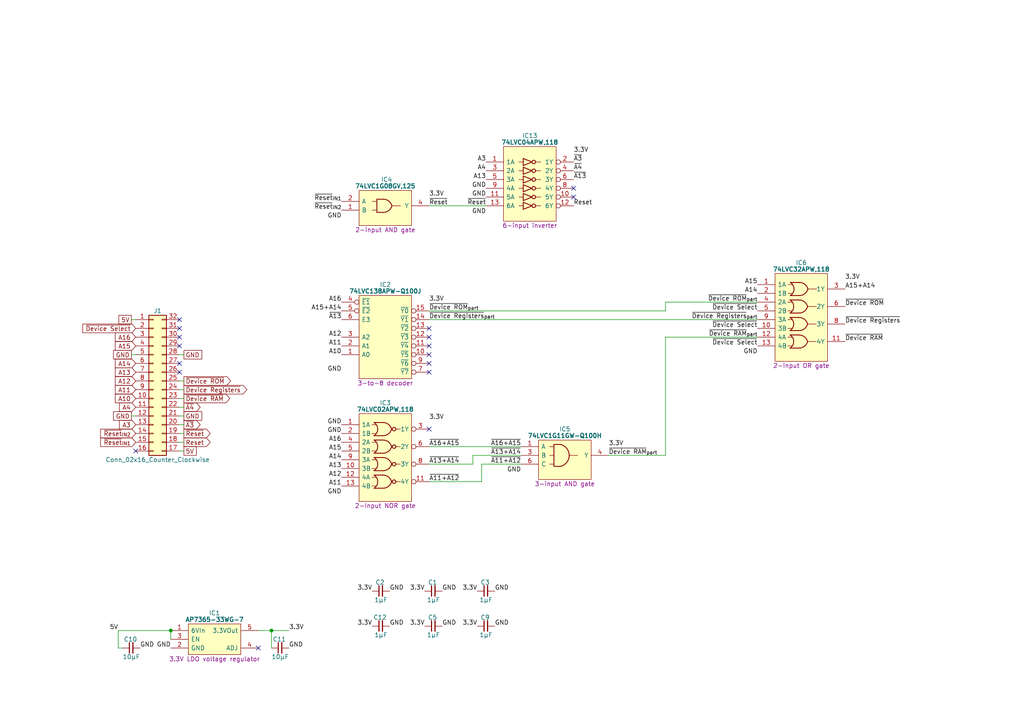
<source format=kicad_sch>
(kicad_sch (version 20231120) (generator "eeschema") (generator_version "8.0")
  (paper "A4")
  (title_block (title "Device Decode Stage A") (date "2023-10-07") (rev "V0"))
  (lib_symbols
    (symbol "Connector_Generic:Conn_02x16_Counter_Clockwise" (pin_names (offset 1.016) hide)
      (property "Reference" "J" (at 1.27 20.32 0))
      (property "Value" "Conn_02x16_Counter_Clockwise" (at 1.27 -22.86 0))
      (symbol "Conn_02x16_Counter_Clockwise_1_1"
        (rectangle (start -1.27 -20.193) (end 0 -20.447) (stroke (width 0.1524)))
        (rectangle (start -1.27 -17.653) (end 0 -17.907) (stroke (width 0.1524)))
        (rectangle (start -1.27 -15.113) (end 0 -15.367) (stroke (width 0.1524)))
        (rectangle (start -1.27 -12.573) (end 0 -12.827) (stroke (width 0.1524)))
        (rectangle (start -1.27 -10.033) (end 0 -10.287) (stroke (width 0.1524)))
        (rectangle (start -1.27 -7.493) (end 0 -7.747) (stroke (width 0.1524)))
        (rectangle (start -1.27 -4.953) (end 0 -5.207) (stroke (width 0.1524)))
        (rectangle (start -1.27 -2.413) (end 0 -2.667) (stroke (width 0.1524)))
        (rectangle (start -1.27 0.127) (end 0 -0.127) (stroke (width 0.1524)))
        (rectangle (start -1.27 2.667) (end 0 2.413) (stroke (width 0.1524)))
        (rectangle (start -1.27 5.207) (end 0 4.953) (stroke (width 0.1524)))
        (rectangle (start -1.27 7.747) (end 0 7.493) (stroke (width 0.1524)))
        (rectangle (start -1.27 10.287) (end 0 10.033) (stroke (width 0.1524)))
        (rectangle (start -1.27 12.827) (end 0 12.573) (stroke (width 0.1524)))
        (rectangle (start -1.27 15.367) (end 0 15.113) (stroke (width 0.1524)))
        (rectangle (start -1.27 17.907) (end 0 17.653) (stroke (width 0.1524)))
        (rectangle (start -1.27 19.05) (end 3.81 -21.59) (stroke (width 0.254)) (fill (type background)))
        (rectangle (start 3.81 -20.193) (end 2.54 -20.447) (stroke (width 0.1524)))
        (rectangle (start 3.81 -17.653) (end 2.54 -17.907) (stroke (width 0.1524)))
        (rectangle (start 3.81 -15.113) (end 2.54 -15.367) (stroke (width 0.1524)))
        (rectangle (start 3.81 -12.573) (end 2.54 -12.827) (stroke (width 0.1524)))
        (rectangle (start 3.81 -10.033) (end 2.54 -10.287) (stroke (width 0.1524)))
        (rectangle (start 3.81 -7.493) (end 2.54 -7.747) (stroke (width 0.1524)))
        (rectangle (start 3.81 -4.953) (end 2.54 -5.207) (stroke (width 0.1524)))
        (rectangle (start 3.81 -2.413) (end 2.54 -2.667) (stroke (width 0.1524)))
        (rectangle (start 3.81 0.127) (end 2.54 -0.127) (stroke (width 0.1524)))
        (rectangle (start 3.81 2.667) (end 2.54 2.413) (stroke (width 0.1524)))
        (rectangle (start 3.81 5.207) (end 2.54 4.953) (stroke (width 0.1524)))
        (rectangle (start 3.81 7.747) (end 2.54 7.493) (stroke (width 0.1524)))
        (rectangle (start 3.81 10.287) (end 2.54 10.033) (stroke (width 0.1524)))
        (rectangle (start 3.81 12.827) (end 2.54 12.573) (stroke (width 0.1524)))
        (rectangle (start 3.81 15.367) (end 2.54 15.113) (stroke (width 0.1524)))
        (rectangle (start 3.81 17.907) (end 2.54 17.653) (stroke (width 0.1524)))
        (pin passive line (at -5.08 17.78 0) (length 3.81) (name "Pin_1") (number "1"))
        (pin passive line (at -5.08 -5.08 0) (length 3.81) (name "Pin_10") (number "10"))
        (pin passive line (at -5.08 -7.62 0) (length 3.81) (name "Pin_11") (number "11"))
        (pin passive line (at -5.08 -10.16 0) (length 3.81) (name "Pin_12") (number "12"))
        (pin passive line (at -5.08 -12.7 0) (length 3.81) (name "Pin_13") (number "13"))
        (pin passive line (at -5.08 -15.24 0) (length 3.81) (name "Pin_14") (number "14"))
        (pin passive line (at -5.08 -17.78 0) (length 3.81) (name "Pin_15") (number "15"))
        (pin passive line (at -5.08 -20.32 0) (length 3.81) (name "Pin_16") (number "16"))
        (pin passive line (at 7.62 -20.32 180) (length 3.81) (name "Pin_17") (number "17"))
        (pin passive line (at 7.62 -17.78 180) (length 3.81) (name "Pin_18") (number "18"))
        (pin passive line (at 7.62 -15.24 180) (length 3.81) (name "Pin_19") (number "19"))
        (pin passive line (at -5.08 15.24 0) (length 3.81) (name "Pin_2") (number "2"))
        (pin passive line (at 7.62 -12.7 180) (length 3.81) (name "Pin_20") (number "20"))
        (pin passive line (at 7.62 -10.16 180) (length 3.81) (name "Pin_21") (number "21"))
        (pin passive line (at 7.62 -7.62 180) (length 3.81) (name "Pin_22") (number "22"))
        (pin passive line (at 7.62 -5.08 180) (length 3.81) (name "Pin_23") (number "23"))
        (pin passive line (at 7.62 -2.54 180) (length 3.81) (name "Pin_24") (number "24"))
        (pin passive line (at 7.62 0 180) (length 3.81) (name "Pin_25") (number "25"))
        (pin passive line (at 7.62 2.54 180) (length 3.81) (name "Pin_26") (number "26"))
        (pin passive line (at 7.62 5.08 180) (length 3.81) (name "Pin_27") (number "27"))
        (pin passive line (at 7.62 7.62 180) (length 3.81) (name "Pin_28") (number "28"))
        (pin passive line (at 7.62 10.16 180) (length 3.81) (name "Pin_29") (number "29"))
        (pin passive line (at -5.08 12.7 0) (length 3.81) (name "Pin_3") (number "3"))
        (pin passive line (at 7.62 12.7 180) (length 3.81) (name "Pin_30") (number "30"))
        (pin passive line (at 7.62 15.24 180) (length 3.81) (name "Pin_31") (number "31"))
        (pin passive line (at 7.62 17.78 180) (length 3.81) (name "Pin_32") (number "32"))
        (pin passive line (at -5.08 10.16 0) (length 3.81) (name "Pin_4") (number "4"))
        (pin passive line (at -5.08 7.62 0) (length 3.81) (name "Pin_5") (number "5"))
        (pin passive line (at -5.08 5.08 0) (length 3.81) (name "Pin_6") (number "6"))
        (pin passive line (at -5.08 2.54 0) (length 3.81) (name "Pin_7") (number "7"))
        (pin passive line (at -5.08 0 0) (length 3.81) (name "Pin_8") (number "8"))
        (pin passive line (at -5.08 -2.54 0) (length 3.81) (name "Pin_9") (number "9"))
      )
    )
    (symbol "Diodes_Inc:AP7365-33WG-7" (pin_names (offset 0.762))
      (property "Reference" "IC" (at 12.7 5.08 0))
      (property "Value" "AP7365-33WG-7" (at 12.7 3.175 0))
      (property "Description" "3.3V LDO voltage regulator" (at 12.7 -8.255 0))
      (symbol "AP7365-33WG-7_0_0"
        (pin passive line (at 0 -5.08 0) (length 5.08) (name "GND") (number "2"))
        (pin input line (at 0 -2.54 0) (length 5.08) (name "EN") (number "3"))
        (pin passive line (at 25.4 -5.08 180) (length 5.08) (name "ADJ") (number "4"))
      )
      (symbol "AP7365-33WG-7_0_1"
        (polyline (pts (xy 5.08 1.905) (xy 20.32 1.905) (xy 20.32 -6.985) (xy 5.08 -6.985) (xy 5.08 1.905)) (fill (type background)))
      )
      (symbol "AP7365-33WG-7_1_0"
        (pin passive line (at 0 0 0) (length 5.08) (name "6VIn") (number "1"))
        (pin passive line (at 25.4 0 180) (length 5.08) (name "3.3VOut") (number "5"))
      )
    )
    (symbol "HCP65:C_0805" (pin_numbers hide) (pin_names (offset 0.254) hide)
      (property "Reference" "C" (at 2.286 2.54 0))
      (property "Value" "?μF" (at 2.54 -2.54 0))
      (symbol "C_0805_0_1"
        (polyline (pts (xy 1.9685 -1.4605) (xy 1.9685 1.5875)) (stroke (width 0.3048)))
        (polyline (pts (xy 2.9845 -1.4605) (xy 2.9845 1.5875)) (stroke (width 0.3302)))
      )
      (symbol "C_0805_1_1"
        (pin passive line (at 0 0 0) (length 2.032) (name "~") (number "1"))
        (pin passive line (at 5.08 0 180) (length 2.032) (name "~") (number "2"))
      )
    )
    (symbol "Nexperia:74LVC02APW,118" (pin_names (offset 0.762))
      (property "Reference" "IC" (at 12.7 6.35 0))
      (property "Value" "74LVC02APW,118" (at 12.7 4.445 0))
      (property "Description" "2-Input NOR gate" (at 12.7 -23.495 0))
      (symbol "74LVC02APW,118_0_0"
        (pin input line (at 0 0 0) (length 5.08) (name "1A") (number "1"))
        (pin input line (at 0 -12.7 0) (length 5.08) (name "3B") (number "10"))
        (pin output inverted (at 25.4 -16.51 180) (length 5.08) (name "4Y") (number "11"))
        (pin input line (at 0 -15.24 0) (length 5.08) (name "4A") (number "12"))
        (pin input line (at 0 -17.78 0) (length 5.08) (name "4B") (number "13"))
        (pin passive line (at 25.4 1.27 180) (length 5.08) hide (name "3V") (number "14"))
        (pin input line (at 0 -2.54 0) (length 5.08) (name "1B") (number "2"))
        (pin output inverted (at 25.4 -1.27 180) (length 5.08) (name "1Y") (number "3"))
        (pin input line (at 0 -5.08 0) (length 5.08) (name "2A") (number "4"))
        (pin input line (at 0 -7.62 0) (length 5.08) (name "2B") (number "5"))
        (pin output inverted (at 25.4 -6.35 180) (length 5.08) (name "2Y") (number "6"))
        (pin passive line (at 0 -20.32 0) (length 5.08) hide (name "GND") (number "7"))
        (pin output inverted (at 25.4 -11.43 180) (length 5.08) (name "3Y") (number "8"))
        (pin input line (at 0 -10.16 0) (length 5.08) (name "3A") (number "9"))
      )
      (symbol "74LVC02APW,118_0_1"
        (polyline (pts (xy 8.802 -17.78) (xy 10.0719 -17.78)))
        (polyline (pts (xy 8.802 -15.24) (xy 10.0719 -15.24)))
        (polyline (pts (xy 8.802 -12.7) (xy 10.0719 -12.7)))
        (polyline (pts (xy 8.802 -10.16) (xy 10.0719 -10.16)))
        (polyline (pts (xy 8.802 -7.62) (xy 10.0719 -7.62)))
        (polyline (pts (xy 8.802 -5.08) (xy 10.0719 -5.08)))
        (polyline (pts (xy 8.802 -2.54) (xy 10.0719 -2.54)))
        (polyline (pts (xy 8.802 0) (xy 10.0719 0)))
        (polyline (pts (xy 11.977 -18.415) (xy 9.437 -18.415)) (stroke (width 0.254)) (fill (type background)))
        (polyline (pts (xy 11.977 -14.605) (xy 9.437 -14.605)) (stroke (width 0.254)) (fill (type background)))
        (polyline (pts (xy 11.977 -13.335) (xy 9.437 -13.335)) (stroke (width 0.254)) (fill (type background)))
        (polyline (pts (xy 11.977 -9.525) (xy 9.437 -9.525)) (stroke (width 0.254)) (fill (type background)))
        (polyline (pts (xy 11.977 -8.255) (xy 9.437 -8.255)) (stroke (width 0.254)) (fill (type background)))
        (polyline (pts (xy 11.977 -4.445) (xy 9.437 -4.445)) (stroke (width 0.254)) (fill (type background)))
        (polyline (pts (xy 11.977 -3.175) (xy 9.437 -3.175)) (stroke (width 0.254)) (fill (type background)))
        (polyline (pts (xy 11.977 0.635) (xy 9.437 0.635)) (stroke (width 0.254)) (fill (type background)))
        (polyline (pts (xy 15.875 -16.51) (xy 17.057 -16.51)))
        (polyline (pts (xy 15.875 -11.43) (xy 17.057 -11.43)))
        (polyline (pts (xy 15.875 -6.35) (xy 17.057 -6.35)))
        (polyline (pts (xy 15.875 -1.27) (xy 17.057 -1.27)))
        (polyline (pts (xy 5.08 3.175) (xy 20.32 3.175) (xy 20.32 -22.225) (xy 5.08 -22.225) (xy 5.08 3.175)) (stroke (width 0.1524)) (fill (type background)))
        (arc (start 9.437 -18.415) (mid 10.4969 -16.51) (end 9.437 -14.605) (stroke (width 0.254)))
        (arc (start 9.437 -13.335) (mid 10.4969 -11.43) (end 9.437 -9.525) (stroke (width 0.254)))
        (arc (start 9.437 -8.255) (mid 10.4969 -6.35) (end 9.437 -4.445) (stroke (width 0.254)))
        (arc (start 9.437 -3.175) (mid 10.4969 -1.27) (end 9.437 0.635) (stroke (width 0.254)))
        (arc (start 11.977 -18.415) (mid 13.5751 -17.9001) (end 14.517 -16.51) (stroke (width 0.254)))
        (arc (start 11.977 -13.335) (mid 13.5751 -12.8201) (end 14.517 -11.43) (stroke (width 0.254)))
        (arc (start 11.977 -8.255) (mid 13.5751 -7.7401) (end 14.517 -6.35) (stroke (width 0.254)))
        (arc (start 11.977 -3.175) (mid 13.5753 -2.6602) (end 14.517 -1.27) (stroke (width 0.254)))
        (arc (start 14.517 -16.51) (mid 13.5761 -15.1187) (end 11.977 -14.605) (stroke (width 0.254)))
        (arc (start 14.517 -11.43) (mid 13.5761 -10.0387) (end 11.977 -9.525) (stroke (width 0.254)))
        (arc (start 14.517 -6.35) (mid 13.5761 -4.9587) (end 11.977 -4.445) (stroke (width 0.254)))
        (arc (start 14.517 -1.27) (mid 13.5761 0.1213) (end 11.977 0.635) (stroke (width 0.254)))
        (circle (center 15.24 -16.51) (radius 0.508) (stroke (width 0.254)))
        (circle (center 15.24 -11.43) (radius 0.508) (stroke (width 0.254)))
        (circle (center 15.24 -6.35) (radius 0.508) (stroke (width 0.254)))
        (circle (center 15.24 -1.27) (radius 0.508) (stroke (width 0.254)))
      )
    )
    (symbol "Nexperia:74LVC04APW,118" (pin_names (offset 0.762))
      (property "Reference" "IC" (at 12.7 7.62 0))
      (property "Value" "74LVC04APW,118" (at 12.7 5.715 0))
      (property "Description" "6-input inverter" (at 12.7 -18.415 0))
      (symbol "74LVC04APW,118_0_0"
        (pin input line (at 0 0 0) (length 5.08) (name "1A") (number "1"))
        (pin output inverted (at 25.4 -10.16 180) (length 5.08) (name "5Y") (number "10"))
        (pin input line (at 0 -10.16 0) (length 5.08) (name "5A") (number "11"))
        (pin output inverted (at 25.4 -12.7 180) (length 5.08) (name "6Y") (number "12"))
        (pin input line (at 0 -12.7 0) (length 5.08) (name "6A") (number "13"))
        (pin passive line (at 25.4 2.54 180) (length 5.08) hide (name "3V") (number "14"))
        (pin output inverted (at 25.4 0 180) (length 5.08) (name "1Y") (number "2"))
        (pin input line (at 0 -2.54 0) (length 5.08) (name "2A") (number "3"))
        (pin output inverted (at 25.4 -2.54 180) (length 5.08) (name "2Y") (number "4"))
        (pin input line (at 0 -5.08 0) (length 5.08) (name "3A") (number "5"))
        (pin output inverted (at 25.4 -5.08 180) (length 5.08) (name "3Y") (number "6"))
        (pin passive line (at 0 -15.24 0) (length 5.08) hide (name "GND") (number "7"))
        (pin output inverted (at 25.4 -7.62 180) (length 5.08) (name "4Y") (number "8"))
        (pin input line (at 0 -7.62 0) (length 5.08) (name "4A") (number "9"))
      )
      (symbol "74LVC04APW,118_0_1"
        (polyline (pts (xy 9.525 -12.7) (xy 10.7949 -12.7)))
        (polyline (pts (xy 9.525 -10.16) (xy 10.7949 -10.16)))
        (polyline (pts (xy 9.525 -7.62) (xy 10.7949 -7.62)))
        (polyline (pts (xy 9.525 -5.08) (xy 10.7949 -5.08)))
        (polyline (pts (xy 9.525 -2.54) (xy 10.7949 -2.54)))
        (polyline (pts (xy 9.525 0) (xy 10.7949 0)))
        (polyline (pts (xy 14.351 -12.7) (xy 15.875 -12.7)))
        (polyline (pts (xy 14.351 -10.16) (xy 15.875 -10.16)))
        (polyline (pts (xy 14.351 -7.62) (xy 15.875 -7.62)))
        (polyline (pts (xy 14.351 -5.08) (xy 15.875 -5.08)))
        (polyline (pts (xy 14.351 -2.54) (xy 15.875 -2.54)))
        (polyline (pts (xy 14.351 0) (xy 15.875 0)))
        (polyline (pts (xy 10.795 -13.716) (xy 13.335 -12.7) (xy 10.795 -11.684)) (stroke (width 0.254)))
        (polyline (pts (xy 10.795 -11.176) (xy 13.335 -10.16) (xy 10.795 -9.144)) (stroke (width 0.254)))
        (polyline (pts (xy 10.795 -8.636) (xy 13.335 -7.62) (xy 10.795 -6.604)) (stroke (width 0.254)))
        (polyline (pts (xy 10.795 -6.096) (xy 13.335 -5.08) (xy 10.795 -4.064)) (stroke (width 0.254)))
        (polyline (pts (xy 10.795 -3.556) (xy 13.335 -2.54) (xy 10.795 -1.524)) (stroke (width 0.254)))
        (polyline (pts (xy 10.795 -1.016) (xy 13.335 0) (xy 10.795 1.016)) (stroke (width 0.254)))
        (polyline (pts (xy 5.08 4.445) (xy 20.32 4.445) (xy 20.32 -17.145) (xy 5.08 -17.145) (xy 5.08 4.445)) (stroke (width 0.1524)) (fill (type background)))
        (rectangle (start 10.795 -11.684) (end 10.795 -13.716) (stroke (width 0.254)) (fill (type background)))
        (rectangle (start 10.795 -9.144) (end 10.795 -11.176) (stroke (width 0.254)) (fill (type background)))
        (rectangle (start 10.795 -6.604) (end 10.795 -8.636) (stroke (width 0.254)) (fill (type background)))
        (rectangle (start 10.795 -4.064) (end 10.795 -6.096) (stroke (width 0.254)) (fill (type background)))
        (rectangle (start 10.795 -1.524) (end 10.795 -3.556) (stroke (width 0.254)) (fill (type background)))
        (rectangle (start 10.795 1.016) (end 10.795 -1.016) (stroke (width 0.254)) (fill (type background)))
        (circle (center 13.843 -12.7) (radius 0.508) (stroke (width 0.254)))
        (circle (center 13.843 -10.16) (radius 0.508) (stroke (width 0.254)))
        (circle (center 13.843 -7.62) (radius 0.508) (stroke (width 0.254)))
        (circle (center 13.843 -5.08) (radius 0.508) (stroke (width 0.254)))
        (circle (center 13.843 -2.54) (radius 0.508) (stroke (width 0.254)))
        (circle (center 13.843 0) (radius 0.508) (stroke (width 0.254)))
      )
    )
    (symbol "Nexperia:74LVC138APW-Q100J" (pin_names (offset 0.762))
      (property "Reference" "IC" (at 12.7 3.175 0))
      (property "Value" "74LVC138APW-Q100J" (at 12.7 1.27 0))
      (property "Description" "3-to-8 decoder" (at 12.7 -25.4 0))
      (symbol "74LVC138APW-Q100J_0_0"
        (pin input line (at 0 -17.145 0) (length 5.08) (name "A0") (number "1"))
        (pin output inverted (at 25.4 -17.145 180) (length 5.08) (name "~{Y5}") (number "10"))
        (pin output inverted (at 25.4 -14.605 180) (length 5.08) (name "~{Y4}") (number "11"))
        (pin output inverted (at 25.4 -12.065 180) (length 5.08) (name "~{Y3}") (number "12"))
        (pin output inverted (at 25.4 -9.525 180) (length 5.08) (name "~{Y2}") (number "13"))
        (pin output inverted (at 25.4 -6.985 180) (length 5.08) (name "~{Y1}") (number "14"))
        (pin output inverted (at 25.4 -4.445 180) (length 5.08) (name "~{Y0}") (number "15"))
        (pin passive line (at 25.4 -1.905 180) (length 5.08) hide (name "3V") (number "16"))
        (pin input line (at 0 -14.605 0) (length 5.08) (name "A1") (number "2"))
        (pin input line (at 0 -12.065 0) (length 5.08) (name "A2") (number "3"))
        (pin input line (at 0 -6.985 0) (length 5.08) (name "E3") (number "6"))
        (pin output inverted (at 25.4 -22.225 180) (length 5.08) (name "~{Y7}") (number "7"))
        (pin passive line (at 0 -22.225 0) (length 5.08) hide (name "GND") (number "8"))
        (pin output inverted (at 25.4 -19.685 180) (length 5.08) (name "~{Y6}") (number "9"))
      )
      (symbol "74LVC138APW-Q100J_0_1"
        (polyline (pts (xy 5.08 0) (xy 20.32 0) (xy 20.32 -24.13) (xy 5.08 -24.13) (xy 5.08 0)) (stroke (width 0.1524)) (fill (type background)))
      )
      (symbol "74LVC138APW-Q100J_1_0"
        (pin input inverted (at 0 -1.905 0) (length 5.08) (name "~{E1}") (number "4"))
        (pin input inverted (at 0 -4.445 0) (length 5.08) (name "~{E2}") (number "5"))
      )
    )
    (symbol "Nexperia:74LVC1G08GV,125" (pin_names (offset 0.762))
      (property "Reference" "IC" (at 11.43 6.35 0))
      (property "Value" "74LVC1G08GV,125" (at 12.7 4.445 0))
      (property "Description" "2-input AND gate" (at 12.7 -8.255 0))
      (symbol "74LVC1G08GV,125_0_0"
        (pin input line (at 0 -2.54 0) (length 5.08) (name "B") (number "1"))
        (pin input line (at 0 0 0) (length 5.08) (name "A") (number "2"))
        (pin passive line (at 0 -5.08 0) (length 5.08) hide (name "GND") (number "3"))
        (pin output line (at 25.4 -1.27 180) (length 5.08) (name "Y") (number "4"))
        (pin passive line (at 25.4 1.27 180) (length 5.08) hide (name "3V") (number "5"))
      )
      (symbol "74LVC1G08GV,125_0_1"
        (polyline (pts (xy 8.89 -2.54) (xy 10.1599 -2.54)))
        (polyline (pts (xy 8.89 0) (xy 10.1599 0)))
        (polyline (pts (xy 10.248 0.635) (xy 10.248 -3.175)) (stroke (width 0.254)) (fill (type background)))
        (polyline (pts (xy 12.065 -3.175) (xy 10.248 -3.175)) (stroke (width 0.254)) (fill (type background)))
        (polyline (pts (xy 12.065 0.635) (xy 10.248 0.635)) (stroke (width 0.254)) (fill (type background)))
        (polyline (pts (xy 14.605 -1.27) (xy 17.145 -1.27)))
        (polyline (pts (xy 5.08 3.175) (xy 20.32 3.175) (xy 20.32 -6.985) (xy 5.08 -6.985) (xy 5.08 3.175)) (stroke (width 0.1524)) (fill (type background)))
        (arc (start 12.065 -3.175) (mid 13.6634 -2.6604) (end 14.605 -1.27) (stroke (width 0.254)))
        (arc (start 14.605 -1.27) (mid 13.6644 0.1222) (end 12.065 0.635) (stroke (width 0.254)))
      )
    )
    (symbol "Nexperia:74LVC1G11GW-Q100H" (pin_names (offset 0.762))
      (property "Reference" "IC" (at 12.7 5.08 0))
      (property "Value" "74LVC1G11GW-Q100H" (at 12.7 3.175 0))
      (property "Description" "3-input AND gate" (at 12.7 -10.795 0))
      (symbol "74LVC1G11GW-Q100H_0_0"
        (pin input line (at 0 0 0) (length 5.08) (name "A") (number "1"))
        (pin input line (at 0 -2.54 0) (length 5.08) (name "B") (number "3"))
        (pin output line (at 25.4 -2.54 180) (length 5.08) (name "Y") (number "4"))
        (pin input line (at 0 -5.08 0) (length 5.08) (name "C") (number "6"))
      )
      (symbol "74LVC1G11GW-Q100H_0_1"
        (polyline (pts (xy 8.255 -5.08) (xy 9.5249 -5.08)))
        (polyline (pts (xy 8.255 -2.54) (xy 9.5249 -2.54)))
        (polyline (pts (xy 8.255 0) (xy 9.5249 0)))
        (polyline (pts (xy 9.525 0.635) (xy 9.525 -5.715)) (stroke (width 0.254)) (fill (type background)))
        (polyline (pts (xy 11.43 -5.715) (xy 9.613 -5.715)) (stroke (width 0.254)) (fill (type background)))
        (polyline (pts (xy 11.43 0.635) (xy 9.613 0.635)) (stroke (width 0.254)) (fill (type background)))
        (polyline (pts (xy 13.97 -2.54) (xy 16.422 -2.54)))
        (polyline (pts (xy 5.08 1.905) (xy 20.32 1.905) (xy 20.32 -9.525) (xy 5.08 -9.525) (xy 5.08 1.905)) (stroke (width 0.1524)) (fill (type background)))
        (arc (start 11.43 -5.715) (mid 13.2458 -4.5642) (end 13.97 -2.54) (stroke (width 0.254)))
        (arc (start 13.97 -2.54) (mid 13.2471 -0.5149) (end 11.43 0.635) (stroke (width 0.254)))
      )
      (symbol "74LVC1G11GW-Q100H_1_0"
        (pin passive line (at 0 -7.62 0) (length 5.08) hide (name "GND") (number "2"))
        (pin passive line (at 25.4 0 180) (length 5.08) hide (name "3V") (number "5"))
      )
    )
    (symbol "Nexperia:74LVC32APW,118" (pin_names (offset 0.762))
      (property "Reference" "IC" (at 12.7 6.35 0))
      (property "Value" "74LVC32APW,118" (at 12.7 4.445 0))
      (property "Description" "2-input OR gate" (at 12.7 -23.495 0))
      (symbol "74LVC32APW,118_0_0"
        (pin passive line (at 0 0 0) (length 5.08) (name "1A") (number "1"))
        (pin passive line (at 0 -12.7 0) (length 5.08) (name "3B") (number "10"))
        (pin passive line (at 25.4 -16.51 180) (length 5.08) (name "4Y") (number "11"))
        (pin passive line (at 0 -15.24 0) (length 5.08) (name "4A") (number "12"))
        (pin passive line (at 0 -17.78 0) (length 5.08) (name "4B") (number "13"))
        (pin passive line (at 25.4 1.27 180) (length 5.08) hide (name "3V") (number "14"))
        (pin passive line (at 0 -2.54 0) (length 5.08) (name "1B") (number "2"))
        (pin passive line (at 25.4 -1.27 180) (length 5.08) (name "1Y") (number "3"))
        (pin passive line (at 0 -5.08 0) (length 5.08) (name "2A") (number "4"))
        (pin passive line (at 0 -7.62 0) (length 5.08) (name "2B") (number "5"))
        (pin passive line (at 25.4 -6.35 180) (length 5.08) (name "2Y") (number "6"))
        (pin passive line (at 0 -20.32 0) (length 5.08) hide (name "GND") (number "7"))
        (pin passive line (at 25.4 -11.43 180) (length 5.08) (name "3Y") (number "8"))
        (pin passive line (at 0 -10.16 0) (length 5.08) (name "3A") (number "9"))
      )
      (symbol "74LVC32APW,118_0_1"
        (polyline (pts (xy 8.802 -17.78) (xy 10.0719 -17.78)))
        (polyline (pts (xy 8.802 -15.24) (xy 10.0719 -15.24)))
        (polyline (pts (xy 8.802 -12.7) (xy 10.0719 -12.7)))
        (polyline (pts (xy 8.802 -10.16) (xy 10.0719 -10.16)))
        (polyline (pts (xy 8.802 -7.62) (xy 10.0719 -7.62)))
        (polyline (pts (xy 8.802 -5.08) (xy 10.0719 -5.08)))
        (polyline (pts (xy 8.89 -2.54) (xy 10.1599 -2.54)))
        (polyline (pts (xy 8.89 0) (xy 10.1599 0)))
        (polyline (pts (xy 11.977 -18.415) (xy 9.437 -18.415)) (stroke (width 0.254)) (fill (type background)))
        (polyline (pts (xy 11.977 -14.605) (xy 9.437 -14.605)) (stroke (width 0.254)) (fill (type background)))
        (polyline (pts (xy 11.977 -13.335) (xy 9.437 -13.335)) (stroke (width 0.254)) (fill (type background)))
        (polyline (pts (xy 11.977 -9.525) (xy 9.437 -9.525)) (stroke (width 0.254)) (fill (type background)))
        (polyline (pts (xy 11.977 -8.255) (xy 9.437 -8.255)) (stroke (width 0.254)) (fill (type background)))
        (polyline (pts (xy 11.977 -4.445) (xy 9.437 -4.445)) (stroke (width 0.254)) (fill (type background)))
        (polyline (pts (xy 12.065 -3.175) (xy 9.525 -3.175)) (stroke (width 0.254)) (fill (type background)))
        (polyline (pts (xy 12.065 0.635) (xy 9.525 0.635)) (stroke (width 0.254)) (fill (type background)))
        (polyline (pts (xy 14.517 -16.51) (xy 17.057 -16.51)))
        (polyline (pts (xy 14.517 -11.43) (xy 17.057 -11.43)))
        (polyline (pts (xy 14.517 -6.35) (xy 17.057 -6.35)))
        (polyline (pts (xy 14.605 -1.27) (xy 17.145 -1.27)))
        (polyline (pts (xy 5.08 3.175) (xy 20.32 3.175) (xy 20.32 -22.225) (xy 5.08 -22.225) (xy 5.08 3.175)) (stroke (width 0.1524)) (fill (type background)))
        (arc (start 9.437 -18.415) (mid 10.4969 -16.51) (end 9.437 -14.605) (stroke (width 0.254)))
        (arc (start 9.437 -13.335) (mid 10.4969 -11.43) (end 9.437 -9.525) (stroke (width 0.254)))
        (arc (start 9.437 -8.255) (mid 10.4969 -6.35) (end 9.437 -4.445) (stroke (width 0.254)))
        (arc (start 9.525 -3.175) (mid 10.5848 -1.27) (end 9.525 0.635) (stroke (width 0.254)))
        (arc (start 11.977 -18.415) (mid 13.5751 -17.9001) (end 14.517 -16.51) (stroke (width 0.254)))
        (arc (start 11.977 -13.335) (mid 13.5751 -12.8201) (end 14.517 -11.43) (stroke (width 0.254)))
        (arc (start 11.977 -8.255) (mid 13.5751 -7.7401) (end 14.517 -6.35) (stroke (width 0.254)))
        (arc (start 12.065 -3.175) (mid 13.6633 -2.6602) (end 14.605 -1.27) (stroke (width 0.254)))
        (arc (start 14.517 -16.51) (mid 13.5761 -15.1187) (end 11.977 -14.605) (stroke (width 0.254)))
        (arc (start 14.517 -11.43) (mid 13.5761 -10.0387) (end 11.977 -9.525) (stroke (width 0.254)))
        (arc (start 14.517 -6.35) (mid 13.5761 -4.9587) (end 11.977 -4.445) (stroke (width 0.254)))
        (arc (start 14.605 -1.27) (mid 13.664 0.1212) (end 12.065 0.635) (stroke (width 0.254)))
      )
    )
  )
  (junction (at 49.53 182.88))
  (junction (at 78.74 182.88))
  (no_connect (at 124.46 97.79))
  (no_connect (at 124.46 124.46))
  (no_connect (at 52.07 92.71))
  (no_connect (at 52.07 95.25))
  (no_connect (at 166.37 54.61))
  (no_connect (at 74.93 187.96))
  (no_connect (at 124.46 107.95))
  (no_connect (at 124.46 102.87))
  (no_connect (at 52.07 97.79))
  (no_connect (at 52.07 105.41))
  (no_connect (at 166.37 57.15))
  (no_connect (at 124.46 95.25))
  (no_connect (at 39.37 130.81))
  (no_connect (at 52.07 100.33))
  (no_connect (at 52.07 107.95))
  (no_connect (at 124.46 100.33))
  (no_connect (at 124.46 105.41))
  (wire (pts (xy 38.1 92.71) (xy 39.37 92.71)))
  (wire (pts (xy 193.04 87.63) (xy 219.71 87.63)))
  (wire (pts (xy 139.7 139.7) (xy 124.46 139.7)))
  (wire (pts (xy 78.74 187.96) (xy 78.74 182.88)))
  (wire (pts (xy 53.34 123.19) (xy 52.07 123.19)))
  (wire (pts (xy 124.46 92.71) (xy 219.71 92.71)))
  (wire (pts (xy 137.16 134.62) (xy 137.16 132.08)))
  (wire (pts (xy 53.34 125.73) (xy 52.07 125.73)))
  (wire (pts (xy 34.29 182.88) (xy 49.53 182.88)))
  (wire (pts (xy 53.34 130.81) (xy 52.07 130.81)))
  (wire (pts (xy 38.1 120.65) (xy 39.37 120.65)))
  (wire (pts (xy 53.34 120.65) (xy 52.07 120.65)))
  (wire (pts (xy 193.04 132.08) (xy 176.53 132.08)))
  (wire (pts (xy 53.34 113.03) (xy 52.07 113.03)))
  (wire (pts (xy 49.53 182.88) (xy 49.53 185.42)))
  (wire (pts (xy 139.7 134.62) (xy 139.7 139.7)))
  (wire (pts (xy 151.13 134.62) (xy 139.7 134.62)))
  (wire (pts (xy 193.04 97.79) (xy 193.04 132.08)))
  (wire (pts (xy 124.46 129.54) (xy 151.13 129.54)))
  (wire (pts (xy 124.46 134.62) (xy 137.16 134.62)))
  (wire (pts (xy 53.34 102.87) (xy 52.07 102.87)))
  (wire (pts (xy 53.34 128.27) (xy 52.07 128.27)))
  (wire (pts (xy 124.46 90.17) (xy 193.04 90.17)))
  (wire (pts (xy 74.93 182.88) (xy 78.74 182.88)))
  (wire (pts (xy 38.1 102.87) (xy 39.37 102.87)))
  (wire (pts (xy 137.16 132.08) (xy 151.13 132.08)))
  (wire (pts (xy 34.29 182.88) (xy 34.29 187.96)))
  (wire (pts (xy 219.71 97.79) (xy 193.04 97.79)))
  (wire (pts (xy 193.04 90.17) (xy 193.04 87.63)))
  (wire (pts (xy 124.46 59.69) (xy 140.97 59.69)))
  (wire (pts (xy 53.34 118.11) (xy 52.07 118.11)))
  (wire (pts (xy 34.29 187.96) (xy 35.56 187.96)))
  (wire (pts (xy 53.34 115.57) (xy 52.07 115.57)))
  (wire (pts (xy 78.74 182.88) (xy 83.82 182.88)))
  (wire (pts (xy 53.34 110.49) (xy 52.07 110.49)))
  (label "A13" (at 140.97 52.07 180))
  (label "A3" (at 140.97 46.99 180))
  (label "GND" (at 128.27 171.45 0))
  (label "GND" (at 140.97 62.23 180))
  (label "Reset" (at 166.37 59.69 0))
  (label "GND" (at 219.71 102.87 180))
  (label "A15" (at 219.71 82.55 180))
  (label "~{Device ROM}_{part}" (at 124.46 90.17 0))
  (label "~{A3}" (at 166.37 46.99 0))
  (label "3.3V" (at 124.46 87.63 0))
  (label "GND" (at 143.51 171.45 0))
  (label "3.3V" (at 245.11 81.28 0))
  (label "A15" (at 99.06 130.81 180))
  (label "GND" (at 83.82 187.96 0))
  (label "A15+A14" (at 99.06 90.17 180))
  (label "~{A13+A14}" (at 124.46 134.62 0))
  (label "A14" (at 99.06 133.35 180))
  (label "~{Device Registers}_{part}" (at 124.46 92.71 0))
  (label "A4" (at 140.97 49.53 180))
  (label "A13" (at 99.06 135.89 180))
  (label "GND" (at 40.64 187.96 0))
  (label "5V" (at 34.29 182.88 180))
  (label "GND" (at 99.06 143.51 180))
  (label "3.3V" (at 176.53 129.54 0))
  (label "GND" (at 140.97 54.61 180))
  (label "3.3V" (at 166.37 44.45 0))
  (label "GND" (at 143.51 181.61 0))
  (label "~{A16+A15}" (at 151.13 129.54 180))
  (label "GND" (at 49.53 187.96 180))
  (label "3.3V" (at 107.95 171.45 180))
  (label "GND" (at 151.13 137.16 180))
  (label "GND" (at 128.27 181.61 0))
  (label "GND" (at 113.03 181.61 0))
  (label "A10" (at 99.06 102.87 180))
  (label "~{A16+A15}" (at 124.46 129.54 0))
  (label "~{Reset}_{IN2}" (at 99.06 60.96 180))
  (label "A15+A14" (at 245.11 83.82 0))
  (label "~{A13}" (at 99.06 92.71 180))
  (label "~{A4}" (at 166.37 49.53 0))
  (label "A12" (at 99.06 138.43 180))
  (label "~{A11+A12}" (at 151.13 134.62 180))
  (label "~{A13+A14}" (at 151.13 132.08 180))
  (label "~{Device RAM}_{part}" (at 219.71 97.79 180))
  (label "~{Device Select}" (at 219.71 95.25 180))
  (label "3.3V" (at 138.43 171.45 180))
  (label "3.3V" (at 138.43 181.61 180))
  (label "3.3V" (at 123.19 181.61 180))
  (label "A16" (at 99.06 87.63 180))
  (label "~{Device Select}" (at 219.71 100.33 180))
  (label "~{Device Select}" (at 219.71 90.17 180))
  (label "~{Device Registers}" (at 245.11 93.98 0))
  (label "3.3V" (at 123.19 171.45 180))
  (label "~{Reset}_{IN1}" (at 99.06 58.42 180))
  (label "GND" (at 140.97 57.15 180))
  (label "3.3V" (at 107.95 181.61 180))
  (label "3.3V" (at 83.82 182.88 0))
  (label "A11" (at 99.06 100.33 180))
  (label "3.3V" (at 124.46 57.15 0))
  (label "~{Reset}" (at 124.46 59.69 0))
  (label "A14" (at 219.71 85.09 180))
  (label "~{A11+A12}" (at 124.46 139.7 0))
  (label "~{Reset}" (at 140.97 59.69 180))
  (label "GND" (at 99.06 107.95 180))
  (label "~{Device ROM}_{part}" (at 219.71 87.63 180))
  (label "GND" (at 99.06 123.19 180))
  (label "A12" (at 99.06 97.79 180))
  (label "~{Device ROM}" (at 245.11 88.9 0))
  (label "~{A13}" (at 166.37 52.07 0))
  (label "A11" (at 99.06 140.97 180))
  (label "GND" (at 99.06 125.73 180))
  (label "~{Device RAM}" (at 245.11 99.06 0))
  (label "A16" (at 99.06 128.27 180))
  (label "GND" (at 99.06 63.5 180))
  (label "~{Device RAM}_{part}" (at 176.53 132.08 0))
  (label "3.3V" (at 124.46 121.92 0))
  (label "GND" (at 113.03 171.45 0))
  (label "~{Device Registers}_{part}" (at 219.71 92.71 180))
  (global_label "A14" (shape input) (at 39.37 105.41 180) (property "Intersheetrefs" "${INTERSHEET_REFS}" (effects (hide yes))))
  (global_label "~{Device Select}" (shape input) (at 39.37 95.25 180) (property "Intersheetrefs" "${INTERSHEET_REFS}" (effects (hide yes))))
  (global_label "Reset" (shape output) (at 53.34 128.27 0) (property "Intersheetrefs" "${INTERSHEET_REFS}" (effects (hide yes))))
  (global_label "A3" (shape input) (at 39.37 123.19 180) (property "Intersheetrefs" "${INTERSHEET_REFS}" (effects (hide yes))))
  (global_label "~{A4}" (shape output) (at 53.34 118.11 0) (property "Intersheetrefs" "${INTERSHEET_REFS}" (effects (hide yes))))
  (global_label "GND" (shape passive) (at 38.1 102.87 180) (property "Intersheetrefs" "${INTERSHEET_REFS}" (effects (hide yes))))
  (global_label "5V" (shape passive) (at 38.1 92.71 180) (property "Intersheetrefs" "${INTERSHEET_REFS}" (effects (hide yes))))
  (global_label "~{Device RAM}" (shape output) (at 53.34 115.57 0) (property "Intersheetrefs" "${INTERSHEET_REFS}" (effects (hide yes))))
  (global_label "~{A3}" (shape output) (at 53.34 123.19 0) (property "Intersheetrefs" "${INTERSHEET_REFS}" (effects (hide yes))))
  (global_label "A10" (shape input) (at 39.37 115.57 180) (property "Intersheetrefs" "${INTERSHEET_REFS}" (effects (hide yes))))
  (global_label "GND" (shape passive) (at 38.1 120.65 180) (property "Intersheetrefs" "${INTERSHEET_REFS}" (effects (hide yes))))
  (global_label "5V" (shape passive) (at 53.34 130.81 0) (property "Intersheetrefs" "${INTERSHEET_REFS}" (effects (hide yes))))
  (global_label "A16" (shape input) (at 39.37 97.79 180) (property "Intersheetrefs" "${INTERSHEET_REFS}" (effects (hide yes))))
  (global_label "A11" (shape input) (at 39.37 113.03 180) (property "Intersheetrefs" "${INTERSHEET_REFS}" (effects (hide yes))))
  (global_label "GND" (shape passive) (at 53.34 120.65 0) (property "Intersheetrefs" "${INTERSHEET_REFS}" (effects (hide yes))))
  (global_label "~{Reset}_{IN1}" (shape input) (at 39.37 128.27 180) (property "Intersheetrefs" "${INTERSHEET_REFS}" (effects (hide yes))))
  (global_label "A15" (shape input) (at 39.37 100.33 180) (property "Intersheetrefs" "${INTERSHEET_REFS}" (effects (hide yes))))
  (global_label "A12" (shape input) (at 39.37 110.49 180) (property "Intersheetrefs" "${INTERSHEET_REFS}" (effects (hide yes))))
  (global_label "A4" (shape input) (at 39.37 118.11 180) (property "Intersheetrefs" "${INTERSHEET_REFS}" (effects (hide yes))))
  (global_label "~{Device Registers}" (shape output) (at 53.34 113.03 0) (property "Intersheetrefs" "${INTERSHEET_REFS}" (effects (hide yes))))
  (global_label "A13" (shape input) (at 39.37 107.95 180) (property "Intersheetrefs" "${INTERSHEET_REFS}" (effects (hide yes))))
  (global_label "~{Device ROM}" (shape output) (at 53.34 110.49 0) (property "Intersheetrefs" "${INTERSHEET_REFS}" (effects (hide yes))))
  (global_label "GND" (shape passive) (at 53.34 102.87 0) (property "Intersheetrefs" "${INTERSHEET_REFS}" (effects (hide yes))))
  (global_label "~{Reset}_{IN2}" (shape input) (at 39.37 125.73 180) (property "Intersheetrefs" "${INTERSHEET_REFS}" (effects (hide yes))))
  (global_label "~{Reset}" (shape output) (at 53.34 125.73 0) (property "Intersheetrefs" "${INTERSHEET_REFS}" (effects (hide yes))))
  (symbol (lib_id "Nexperia:74LVC32APW,118") (at 219.71 82.55 0) (unit 1)
    (property "Reference" "IC6" (at 232.41 76.2 0))
    (property "Value" "74LVC32APW,118" (at 232.41 78.105 0) (effects (font (bold yes))))
    (property "Footprint" "SamacSys_Parts:SOP65P640X110-14N" (effects (hide yes)))
    (property "Datasheet" "https://assets.nexperia.com/documents/data-sheet/74LVC32A.pdf" (effects (hide yes)))
    (property "Description" "2-input OR gate" (at 232.41 106.045 0))
    (property "Height" "1.1" (effects (hide yes)))
    (property "Manufacturer_Name" "Nexperia" (effects (hide yes)))
    (property "Manufacturer_Part_Number" "74LVC32APW,118" (effects (hide yes)))
    (property "Mouser Part Number" "771-74LVC32APW-T" (effects (hide yes)))
    (property "Mouser Price/Stock" "https://www.mouser.com/Search/Refine.aspx?Keyword=771-74LVC32APW-T" (effects (hide yes)))
    (property "Silkscreen" "74LVC32" (effects (hide yes)))
  )
  (symbol (lib_id "HCP65:C_0805") (at 138.43 181.61 0) (unit 1)
    (property "Reference" "C9" (at 140.716 179.07 0))
    (property "Value" "1μF" (at 140.97 184.15 0))
    (property "Footprint" "SamacSys_Parts:C_0805" (effects (hide yes)))
  )
  (symbol (lib_id "HCP65:C_0805") (at 138.43 171.45 0) (unit 1)
    (property "Reference" "C3" (at 140.716 168.91 0))
    (property "Value" "1μF" (at 140.97 173.99 0))
    (property "Footprint" "SamacSys_Parts:C_0805" (effects (hide yes)))
  )
  (symbol (lib_id "HCP65:C_0805") (at 107.95 181.61 0) (unit 1)
    (property "Reference" "C12" (at 110.236 179.07 0))
    (property "Value" "1μF" (at 110.49 184.15 0))
    (property "Footprint" "SamacSys_Parts:C_0805" (effects (hide yes)))
  )
  (symbol (lib_id "Connector_Generic:Conn_02x16_Counter_Clockwise") (at 44.45 110.49 0) (unit 1)
    (property "Reference" "J1" (at 45.72 90.17 0))
    (property "Value" "Conn_02x16_Counter_Clockwise" (at 45.72 133.35 0))
    (property "Footprint" "SamacSys_Parts:DIP-32_Board_W15.24mm" (effects (hide yes)))
    (property "Description" "Generic connector, double row, 02x16, counter clockwise pin numbering scheme (similar to DIP package numbering), script generated (kicad-library-utils/schlib/autogen/connector/)" (effects (hide yes)))
  )
  (symbol (lib_id "Nexperia:74LVC138APW-Q100J") (at 99.06 85.725 0) (unit 1)
    (property "Reference" "IC2" (at 111.76 82.55 0))
    (property "Value" "74LVC138APW-Q100J" (at 111.76 84.455 0) (effects (font (bold yes))))
    (property "Footprint" "SamacSys_Parts:SOP65P640X110-16N" (effects (hide yes)))
    (property "Datasheet" "https://assets.nexperia.com/documents/data-sheet/74LVC138A_Q100.pdf" (effects (hide yes)))
    (property "Description" "3-to-8 decoder" (at 111.76 111.125 0))
    (property "Height" "1.1" (effects (hide yes)))
    (property "Mouser Part Number" "771-74LVC138APWQ100J" (effects (hide yes)))
    (property "Mouser Price/Stock" "https://www.mouser.co.uk/ProductDetail/Nexperia/74LVC138APW-Q100J?qs=fi7yB2oewZnXKE82xo%252BhJQ%3D%3D" (effects (hide yes)))
    (property "Manufacturer_Name" "Nexperia" (effects (hide yes)))
    (property "Manufacturer_Part_Number" "74LVC138APW-Q100J" (effects (hide yes)))
    (property "Silkscreen" "74LVC138" (effects (hide yes)))
  )
  (symbol (lib_id "HCP65:C_0805") (at 123.19 171.45 0) (unit 1)
    (property "Reference" "C1" (at 125.476 168.91 0))
    (property "Value" "1μF" (at 125.73 173.99 0))
    (property "Footprint" "SamacSys_Parts:C_0805" (effects (hide yes)))
  )
  (symbol (lib_id "HCP65:C_0805") (at 35.56 187.96 0) (unit 1)
    (property "Reference" "C10" (at 37.846 185.42 0))
    (property "Value" "10µF" (at 35.56 190.5 0) (effects (justify left)))
    (property "Footprint" "SamacSys_Parts:C_0805" (effects (hide yes)))
  )
  (symbol (lib_id "HCP65:C_0805") (at 107.95 171.45 0) (unit 1)
    (property "Reference" "C2" (at 110.236 168.91 0))
    (property "Value" "1μF" (at 110.49 173.99 0))
    (property "Footprint" "SamacSys_Parts:C_0805" (effects (hide yes)))
  )
  (symbol (lib_id "Nexperia:74LVC04APW,118") (at 140.97 46.99 0) (unit 1)
    (property "Reference" "IC13" (at 153.67 39.37 0))
    (property "Value" "74LVC04APW,118" (at 153.67 41.275 0) (effects (font (bold yes))))
    (property "Footprint" "SamacSys_Parts:SOP65P640X110-14N" (effects (hide yes)))
    (property "Datasheet" "https://assets.nexperia.com/documents/data-sheet/74LVC04A.pdf" (effects (hide yes)))
    (property "Description" "6-input inverter" (at 153.67 65.405 0))
    (property "Height" "1.1" (effects (hide yes)))
    (property "Manufacturer_Name" "Nexperia" (effects (hide yes)))
    (property "Manufacturer_Part_Number" "74LVC04APW,118" (effects (hide yes)))
    (property "Mouser Part Number" "771-74LVC04APW-T" (effects (hide yes)))
    (property "Mouser Price/Stock" "https://www.mouser.co.uk/ProductDetail/Nexperia/74LVC04APW118?qs=me8TqzrmIYUA5zXidd9%2F4g%3D%3D" (effects (hide yes)))
    (property "Silkscreen" "74LVC04" (effects (hide yes)))
    (property "Garbage" "74LVC04A - Hex inverter@en-us" (effects (hide yes)))
  )
  (symbol (lib_id "Diodes_Inc:AP7365-33WG-7") (at 49.53 182.88 0) (unit 1)
    (property "Reference" "IC1" (at 62.23 177.8 0))
    (property "Value" "AP7365-33WG-7" (at 62.23 179.705 0) (effects (font (bold yes))))
    (property "Footprint" "SamacSys_Parts:SOT95P285X130-5N" (effects (hide yes)))
    (property "Datasheet" "https://componentsearchengine.com/Datasheets/1/AP7365-33WG-7.pdf" (effects (hide yes)))
    (property "Description" "3.3V LDO voltage regulator" (at 62.23 191.135 0))
    (property "Height" "1.3" (effects (hide yes)))
    (property "Manufacturer_Name" "Diodes Inc." (effects (hide yes)))
    (property "Manufacturer_Part_Number" "AP7365-33WG-7" (effects (hide yes)))
    (property "Mouser Part Number" "621-AP7365-33WG-7" (effects (hide yes)))
    (property "Mouser Price/Stock" "https://www.mouser.co.uk/ProductDetail/Diodes-Incorporated/AP7365-33WG-7?qs=abZ1nkZpTuOZFvxvoFPL0w%3D%3D" (effects (hide yes)))
    (property "Arrow Part Number" "AP7365-33WG-7" (effects (hide yes)))
    (property "Arrow Price/Stock" "https://www.arrow.com/en/products/ap7365-33wg-7/diodes-incorporated?region=nac" (effects (hide yes)))
    (property "Silkscreen" "AP7365" (effects (hide yes)))
  )
  (symbol (lib_id "Nexperia:74LVC1G08GV,125") (at 99.06 58.42 0) (unit 1)
    (property "Reference" "IC4" (at 110.49 52.07 0) (effects (justify left)))
    (property "Value" "74LVC1G08GV,125" (at 111.76 53.975 0) (effects (font (bold yes))))
    (property "Footprint" "SamacSys_Parts:SOT95P275X110-5N" (effects (hide yes)))
    (property "Datasheet" "https://assets.nexperia.com/documents/data-sheet/74LVC1G08.pdf" (effects (hide yes)))
    (property "Description" "2-input AND gate" (at 111.76 66.675 0))
    (property "Height" "1.1" (effects (hide yes)))
    (property "Manufacturer_Name" "Nexperia" (effects (hide yes)))
    (property "Manufacturer_Part_Number" "74LVC1G08GV,125" (effects (hide yes)))
    (property "Mouser Part Number" "771-74LVC1G08GV" (effects (hide yes)))
    (property "Mouser Price/Stock" "https://www.mouser.co.uk/ProductDetail/Nexperia/74LVC1G08GV125?qs=me8TqzrmIYXEnurJEPZc7A%3D%3D" (effects (hide yes)))
    (property "Arrow Part Number" "74LVC1G08GV,125" (effects (hide yes)))
    (property "Arrow Price/Stock" "https://www.arrow.com/en/products/74lvc1g08gv125/nexperia" (effects (hide yes)))
    (property "Silkscreen" "'1G08" (effects (hide yes)))
  )
  (symbol (lib_id "HCP65:C_0805") (at 78.74 187.96 0) (unit 1)
    (property "Reference" "C11" (at 81.026 185.42 0))
    (property "Value" "10µF" (at 78.74 190.5 0) (effects (justify left)))
    (property "Footprint" "SamacSys_Parts:C_0805" (effects (hide yes)))
  )
  (symbol (lib_id "HCP65:C_0805") (at 123.19 181.61 0) (unit 1)
    (property "Reference" "C5" (at 125.476 179.07 0))
    (property "Value" "1μF" (at 125.73 184.15 0))
    (property "Footprint" "SamacSys_Parts:C_0805" (effects (hide yes)))
  )
  (symbol (lib_id "Nexperia:74LVC02APW,118") (at 99.06 123.19 0) (unit 1)
    (property "Reference" "IC3" (at 111.76 116.84 0))
    (property "Value" "74LVC02APW,118" (at 111.76 118.745 0) (effects (font (bold yes))))
    (property "Footprint" "SamacSys_Parts:SOP65P640X110-14N" (effects (hide yes)))
    (property "Datasheet" "https://assets.nexperia.com/documents/data-sheet/74LVC02A.pdf" (effects (hide yes)))
    (property "Description" "2-Input NOR gate" (at 111.76 146.685 0))
    (property "Height" "1.1" (effects (hide yes)))
    (property "Mouser Part Number" "771-74LVC02APW-T" (effects (hide yes)))
    (property "Mouser Price/Stock" "https://www.mouser.co.uk/ProductDetail/Nexperia/74LVC02APW118?qs=me8TqzrmIYX6VnwIC2vA2w%3D%3D" (effects (hide yes)))
    (property "Manufacturer_Name" "Nexperia" (effects (hide yes)))
    (property "Manufacturer_Part_Number" "74LVC02APW,118" (effects (hide yes)))
    (property "Silkscreen" "74LVC02" (effects (hide yes)))
    (property "Garbage" "Nexperia 74LVC02APW,118, Quad 2-Input NOR Logic Gate, 14-Pin TSSOP" (effects (hide yes)))
  )
  (symbol (lib_id "Nexperia:74LVC1G11GW-Q100H") (at 151.13 129.54 0) (unit 1)
    (property "Reference" "IC5" (at 163.83 124.46 0))
    (property "Value" "74LVC1G11GW-Q100H" (at 163.83 126.365 0) (effects (font (bold yes))))
    (property "Footprint" "SamacSys_Parts:SOP65P210X110-6N" (effects (hide yes)))
    (property "Datasheet" "https://assets.nexperia.com/documents/data-sheet/74LVC1G11_Q100.pdf" (effects (hide yes)))
    (property "Description" "3-input AND gate" (at 163.83 140.335 0))
    (property "Height" "1.1" (effects (hide yes)))
    (property "Manufacturer_Name" "Nexperia" (effects (hide yes)))
    (property "Manufacturer_Part_Number" "74LVC1G11GW-Q100H" (effects (hide yes)))
    (property "Mouser Part Number" "771-74LVC1G11GWQ100H" (effects (hide yes)))
    (property "Mouser Price/Stock" "https://www.mouser.co.uk/ProductDetail/Nexperia/74LVC1G11GW-Q100H?qs=cbprxTG2Yq8FEeh2WZ6ztg%3D%3D" (effects (hide yes)))
    (property "Silkscreen" "'1G11" (effects (hide yes)))
    (property "Garbage" "74LVC1G11-Q100 - Single 3-input AND gate@en-us" (effects (hide yes)))
  )
)
</source>
